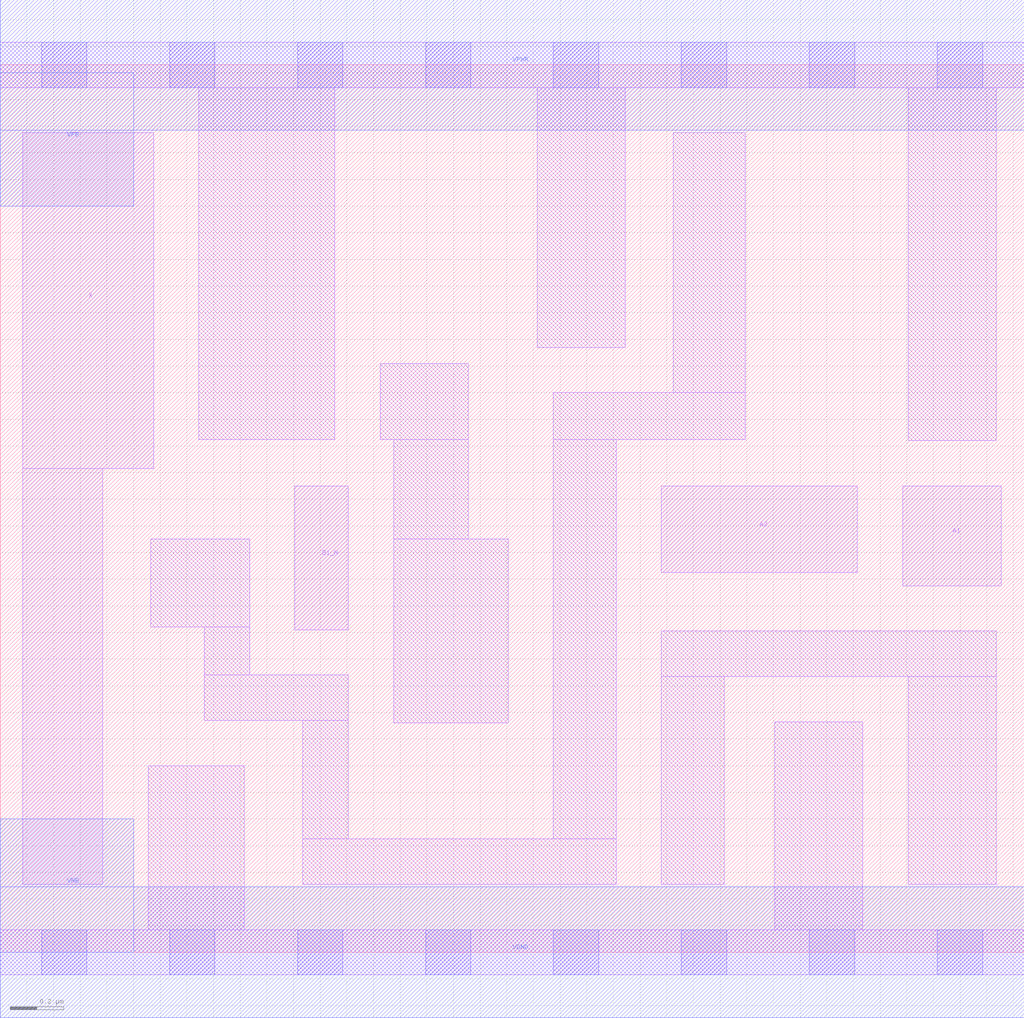
<source format=lef>
# Copyright 2020 The SkyWater PDK Authors
#
# Licensed under the Apache License, Version 2.0 (the "License");
# you may not use this file except in compliance with the License.
# You may obtain a copy of the License at
#
#     https://www.apache.org/licenses/LICENSE-2.0
#
# Unless required by applicable law or agreed to in writing, software
# distributed under the License is distributed on an "AS IS" BASIS,
# WITHOUT WARRANTIES OR CONDITIONS OF ANY KIND, either express or implied.
# See the License for the specific language governing permissions and
# limitations under the License.
#
# SPDX-License-Identifier: Apache-2.0

VERSION 5.5 ;
NAMESCASESENSITIVE ON ;
BUSBITCHARS "[]" ;
DIVIDERCHAR "/" ;
MACRO sky130_fd_sc_lp__o21ba_1
  CLASS CORE ;
  SOURCE USER ;
  ORIGIN  0.000000  0.000000 ;
  SIZE  3.840000 BY  3.330000 ;
  SYMMETRY X Y R90 ;
  SITE unit ;
  PIN A1
    ANTENNAGATEAREA  0.315000 ;
    DIRECTION INPUT ;
    USE SIGNAL ;
    PORT
      LAYER li1 ;
        RECT 3.385000 1.375000 3.755000 1.750000 ;
    END
  END A1
  PIN A2
    ANTENNAGATEAREA  0.315000 ;
    DIRECTION INPUT ;
    USE SIGNAL ;
    PORT
      LAYER li1 ;
        RECT 2.480000 1.425000 3.215000 1.750000 ;
    END
  END A2
  PIN B1_N
    ANTENNAGATEAREA  0.126000 ;
    DIRECTION INPUT ;
    USE SIGNAL ;
    PORT
      LAYER li1 ;
        RECT 1.105000 1.210000 1.305000 1.750000 ;
    END
  END B1_N
  PIN X
    ANTENNADIFFAREA  0.573300 ;
    DIRECTION OUTPUT ;
    USE SIGNAL ;
    PORT
      LAYER li1 ;
        RECT 0.085000 0.255000 0.385000 1.815000 ;
        RECT 0.085000 1.815000 0.575000 3.075000 ;
    END
  END X
  PIN VGND
    DIRECTION INOUT ;
    USE GROUND ;
    PORT
      LAYER met1 ;
        RECT 0.000000 -0.245000 3.840000 0.245000 ;
    END
  END VGND
  PIN VNB
    DIRECTION INOUT ;
    USE GROUND ;
    PORT
    END
  END VNB
  PIN VPB
    DIRECTION INOUT ;
    USE POWER ;
    PORT
    END
  END VPB
  PIN VNB
    DIRECTION INOUT ;
    USE GROUND ;
    PORT
      LAYER met1 ;
        RECT 0.000000 0.000000 0.500000 0.500000 ;
    END
  END VNB
  PIN VPB
    DIRECTION INOUT ;
    USE POWER ;
    PORT
      LAYER met1 ;
        RECT 0.000000 2.800000 0.500000 3.300000 ;
    END
  END VPB
  PIN VPWR
    DIRECTION INOUT ;
    USE POWER ;
    PORT
      LAYER met1 ;
        RECT 0.000000 3.085000 3.840000 3.575000 ;
    END
  END VPWR
  OBS
    LAYER li1 ;
      RECT 0.000000 -0.085000 3.840000 0.085000 ;
      RECT 0.000000  3.245000 3.840000 3.415000 ;
      RECT 0.555000  0.085000 0.915000 0.700000 ;
      RECT 0.565000  1.220000 0.935000 1.550000 ;
      RECT 0.745000  1.925000 1.255000 3.245000 ;
      RECT 0.765000  0.870000 1.305000 1.040000 ;
      RECT 0.765000  1.040000 0.935000 1.220000 ;
      RECT 1.135000  0.255000 2.310000 0.425000 ;
      RECT 1.135000  0.425000 1.305000 0.870000 ;
      RECT 1.425000  1.925000 1.755000 2.210000 ;
      RECT 1.475000  0.860000 1.905000 1.550000 ;
      RECT 1.475000  1.550000 1.755000 1.925000 ;
      RECT 2.015000  2.270000 2.345000 3.245000 ;
      RECT 2.075000  0.425000 2.310000 1.925000 ;
      RECT 2.075000  1.925000 2.795000 2.100000 ;
      RECT 2.480000  0.255000 2.715000 1.035000 ;
      RECT 2.480000  1.035000 3.735000 1.205000 ;
      RECT 2.525000  2.100000 2.795000 3.075000 ;
      RECT 2.905000  0.085000 3.235000 0.865000 ;
      RECT 3.405000  0.255000 3.735000 1.035000 ;
      RECT 3.405000  1.920000 3.735000 3.245000 ;
    LAYER mcon ;
      RECT 0.155000 -0.085000 0.325000 0.085000 ;
      RECT 0.155000  3.245000 0.325000 3.415000 ;
      RECT 0.635000 -0.085000 0.805000 0.085000 ;
      RECT 0.635000  3.245000 0.805000 3.415000 ;
      RECT 1.115000 -0.085000 1.285000 0.085000 ;
      RECT 1.115000  3.245000 1.285000 3.415000 ;
      RECT 1.595000 -0.085000 1.765000 0.085000 ;
      RECT 1.595000  3.245000 1.765000 3.415000 ;
      RECT 2.075000 -0.085000 2.245000 0.085000 ;
      RECT 2.075000  3.245000 2.245000 3.415000 ;
      RECT 2.555000 -0.085000 2.725000 0.085000 ;
      RECT 2.555000  3.245000 2.725000 3.415000 ;
      RECT 3.035000 -0.085000 3.205000 0.085000 ;
      RECT 3.035000  3.245000 3.205000 3.415000 ;
      RECT 3.515000 -0.085000 3.685000 0.085000 ;
      RECT 3.515000  3.245000 3.685000 3.415000 ;
  END
END sky130_fd_sc_lp__o21ba_1
END LIBRARY

</source>
